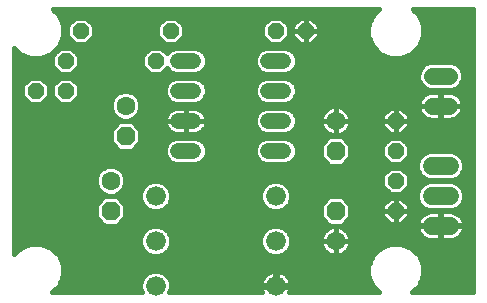
<source format=gbl>
G75*
%MOIN*%
%OFA0B0*%
%FSLAX24Y24*%
%IPPOS*%
%LPD*%
%AMOC8*
5,1,8,0,0,1.08239X$1,22.5*
%
%ADD10OC8,0.0630*%
%ADD11C,0.0630*%
%ADD12OC8,0.0520*%
%ADD13C,0.0660*%
%ADD14C,0.0520*%
%ADD15C,0.0600*%
%ADD16C,0.0560*%
%ADD17C,0.0160*%
D10*
X003680Y003180D03*
X004180Y005680D03*
X011180Y005180D03*
X011180Y003180D03*
D11*
X011180Y002180D03*
X011180Y006180D03*
X004180Y006680D03*
X003680Y004180D03*
D12*
X002180Y007180D03*
X001180Y007180D03*
X002180Y008180D03*
X002680Y009180D03*
X005180Y008180D03*
X005680Y009180D03*
X009180Y009180D03*
X010180Y009180D03*
X013180Y006180D03*
X013180Y005180D03*
X013180Y004180D03*
X013180Y003180D03*
D13*
X009180Y003680D03*
X009180Y002180D03*
X009180Y000680D03*
X005180Y000680D03*
X005180Y002180D03*
X005180Y003680D03*
D14*
X005920Y005180D02*
X006440Y005180D01*
X006440Y006180D02*
X005920Y006180D01*
X005920Y007180D02*
X006440Y007180D01*
X006440Y008180D02*
X005920Y008180D01*
X008920Y008180D02*
X009440Y008180D01*
X009440Y007180D02*
X008920Y007180D01*
X008920Y006180D02*
X009440Y006180D01*
X009440Y005180D02*
X008920Y005180D01*
D15*
X014380Y004680D02*
X014980Y004680D01*
X014980Y003680D02*
X014380Y003680D01*
X014380Y002680D02*
X014980Y002680D01*
D16*
X014960Y006680D02*
X014400Y006680D01*
X014400Y007680D02*
X014960Y007680D01*
D17*
X001947Y000667D02*
X001740Y000460D01*
X004719Y000460D01*
X004670Y000579D01*
X004670Y000781D01*
X004748Y000969D01*
X004891Y001112D01*
X005079Y001190D01*
X005281Y001190D01*
X005469Y001112D01*
X005612Y000969D01*
X005690Y000781D01*
X005690Y000579D01*
X005641Y000460D01*
X008720Y000460D01*
X008707Y000484D01*
X008683Y000561D01*
X008670Y000640D01*
X008670Y000650D01*
X009150Y000650D01*
X009150Y000710D01*
X009150Y001190D01*
X009140Y001190D01*
X009061Y001177D01*
X008984Y001153D01*
X008913Y001116D01*
X008848Y001069D01*
X008791Y001012D01*
X008744Y000947D01*
X008707Y000876D01*
X008683Y000799D01*
X008670Y000720D01*
X008670Y000710D01*
X009150Y000710D01*
X009210Y000710D01*
X009690Y000710D01*
X009690Y000720D01*
X009677Y000799D01*
X009653Y000876D01*
X009616Y000947D01*
X009569Y001012D01*
X009512Y001069D01*
X009447Y001116D01*
X009376Y001153D01*
X009299Y001177D01*
X009220Y001190D01*
X009210Y001190D01*
X009210Y000710D01*
X009210Y000650D01*
X009690Y000650D01*
X009690Y000640D01*
X009677Y000561D01*
X009653Y000484D01*
X009640Y000460D01*
X012620Y000460D01*
X012413Y000667D01*
X012275Y001000D01*
X012275Y001360D01*
X012413Y001693D01*
X012667Y001947D01*
X013000Y002085D01*
X013360Y002085D01*
X013693Y001947D01*
X013947Y001693D01*
X014085Y001360D01*
X014085Y001000D01*
X013947Y000667D01*
X013740Y000460D01*
X015770Y000460D01*
X015770Y009896D01*
X013744Y009896D01*
X013947Y009693D01*
X014085Y009360D01*
X014085Y009000D01*
X013947Y008667D01*
X013693Y008413D01*
X013360Y008275D01*
X013000Y008275D01*
X012667Y008413D01*
X012413Y008667D01*
X012275Y009000D01*
X012275Y009360D01*
X012413Y009693D01*
X012616Y009896D01*
X001744Y009896D01*
X001947Y009693D01*
X002085Y009360D01*
X002085Y009000D01*
X001947Y008667D01*
X001693Y008413D01*
X001360Y008275D01*
X001000Y008275D01*
X000667Y008413D01*
X000460Y008620D01*
X000460Y001740D01*
X000667Y001947D01*
X001000Y002085D01*
X001360Y002085D01*
X001693Y001947D01*
X001947Y001693D01*
X002085Y001360D01*
X002085Y001000D01*
X001947Y000667D01*
X001935Y000656D02*
X004670Y000656D01*
X004683Y000814D02*
X002008Y000814D01*
X002074Y000973D02*
X004751Y000973D01*
X004936Y001131D02*
X002085Y001131D01*
X002085Y001290D02*
X012275Y001290D01*
X012311Y001448D02*
X002049Y001448D01*
X001983Y001607D02*
X012377Y001607D01*
X012485Y001765D02*
X011451Y001765D01*
X011439Y001757D02*
X011502Y001802D01*
X011558Y001858D01*
X011603Y001921D01*
X011639Y001990D01*
X011663Y002064D01*
X011675Y002141D01*
X011675Y002180D01*
X011675Y002219D01*
X011663Y002296D01*
X011639Y002370D01*
X011603Y002439D01*
X011558Y002502D01*
X011502Y002558D01*
X011439Y002603D01*
X011370Y002639D01*
X011296Y002663D01*
X011219Y002675D01*
X011180Y002675D01*
X011180Y002180D01*
X011180Y002180D01*
X011675Y002180D01*
X011180Y002180D01*
X011180Y002180D01*
X011180Y002180D01*
X010685Y002180D01*
X010685Y002219D01*
X010697Y002296D01*
X010721Y002370D01*
X010757Y002439D01*
X010802Y002502D01*
X010858Y002558D01*
X010921Y002603D01*
X010990Y002639D01*
X011064Y002663D01*
X011141Y002675D01*
X011180Y002675D01*
X011180Y002180D01*
X011180Y001685D01*
X011219Y001685D01*
X011296Y001697D01*
X011370Y001721D01*
X011439Y001757D01*
X011180Y001765D02*
X011180Y001765D01*
X011180Y001685D02*
X011180Y002180D01*
X011180Y002180D01*
X010685Y002180D01*
X010685Y002141D01*
X010697Y002064D01*
X010721Y001990D01*
X010757Y001921D01*
X010802Y001858D01*
X010858Y001802D01*
X010921Y001757D01*
X010990Y001721D01*
X011064Y001697D01*
X011141Y001685D01*
X011180Y001685D01*
X011180Y001924D02*
X011180Y001924D01*
X011180Y002082D02*
X011180Y002082D01*
X011180Y002241D02*
X011180Y002241D01*
X011180Y002399D02*
X011180Y002399D01*
X011180Y002558D02*
X011180Y002558D01*
X010975Y002685D02*
X011385Y002685D01*
X011675Y002975D01*
X011675Y003385D01*
X011385Y003675D01*
X010975Y003675D01*
X010685Y003385D01*
X010685Y002975D01*
X010975Y002685D01*
X010944Y002716D02*
X003916Y002716D01*
X003885Y002685D02*
X004175Y002975D01*
X004175Y003385D01*
X003885Y003675D01*
X003475Y003675D01*
X003185Y003385D01*
X003185Y002975D01*
X003475Y002685D01*
X003885Y002685D01*
X004075Y002875D02*
X010785Y002875D01*
X010685Y003033D02*
X004175Y003033D01*
X004175Y003192D02*
X005027Y003192D01*
X005079Y003170D02*
X004891Y003248D01*
X004748Y003391D01*
X004670Y003579D01*
X004670Y003781D01*
X004748Y003969D01*
X004891Y004112D01*
X005079Y004190D01*
X005281Y004190D01*
X005469Y004112D01*
X005612Y003969D01*
X005690Y003781D01*
X005690Y003579D01*
X005612Y003391D01*
X005469Y003248D01*
X005281Y003170D01*
X005079Y003170D01*
X005333Y003192D02*
X009027Y003192D01*
X009079Y003170D02*
X009281Y003170D01*
X009469Y003248D01*
X009612Y003391D01*
X009690Y003579D01*
X009690Y003781D01*
X009612Y003969D01*
X009469Y004112D01*
X009281Y004190D01*
X009079Y004190D01*
X008891Y004112D01*
X008748Y003969D01*
X008670Y003781D01*
X008670Y003579D01*
X008748Y003391D01*
X008891Y003248D01*
X009079Y003170D01*
X009333Y003192D02*
X010685Y003192D01*
X010685Y003350D02*
X009571Y003350D01*
X009661Y003509D02*
X010808Y003509D01*
X010967Y003667D02*
X009690Y003667D01*
X009672Y003826D02*
X012912Y003826D01*
X012998Y003740D02*
X013362Y003740D01*
X013620Y003998D01*
X013620Y004362D01*
X013362Y004620D01*
X012998Y004620D01*
X012740Y004362D01*
X012740Y003998D01*
X012998Y003740D01*
X012998Y003620D02*
X012740Y003362D01*
X012740Y003180D01*
X013180Y003180D01*
X013180Y003180D01*
X013180Y003620D01*
X013362Y003620D01*
X013620Y003362D01*
X013620Y003180D01*
X013180Y003180D01*
X013180Y003180D01*
X013180Y003180D01*
X013180Y003620D01*
X012998Y003620D01*
X012886Y003509D02*
X011552Y003509D01*
X011675Y003350D02*
X012740Y003350D01*
X012740Y003192D02*
X011675Y003192D01*
X011675Y003033D02*
X012740Y003033D01*
X012740Y002998D02*
X012998Y002740D01*
X013180Y002740D01*
X013362Y002740D01*
X013620Y002998D01*
X013620Y003180D01*
X013180Y003180D01*
X013180Y002740D01*
X013180Y003180D01*
X013180Y003180D01*
X012740Y003180D01*
X012740Y002998D01*
X012863Y002875D02*
X011575Y002875D01*
X011416Y002716D02*
X013900Y002716D01*
X013900Y002718D02*
X013912Y002792D01*
X013935Y002864D01*
X013969Y002932D01*
X014014Y002993D01*
X014067Y003046D01*
X014128Y003091D01*
X014196Y003125D01*
X014268Y003148D01*
X014342Y003160D01*
X014660Y003160D01*
X014660Y002700D01*
X014700Y002700D01*
X014700Y003160D01*
X015018Y003160D01*
X015092Y003148D01*
X015164Y003125D01*
X015232Y003091D01*
X015293Y003046D01*
X015346Y002993D01*
X015391Y002932D01*
X015425Y002864D01*
X015448Y002792D01*
X015460Y002718D01*
X015460Y002700D01*
X014700Y002700D01*
X014700Y002660D01*
X015460Y002660D01*
X015460Y002642D01*
X015448Y002568D01*
X015425Y002496D01*
X015391Y002428D01*
X015346Y002367D01*
X015293Y002314D01*
X015232Y002269D01*
X015164Y002235D01*
X015092Y002212D01*
X015018Y002200D01*
X014700Y002200D01*
X014700Y002660D01*
X014660Y002660D01*
X014660Y002200D01*
X014342Y002200D01*
X014268Y002212D01*
X014196Y002235D01*
X014128Y002269D01*
X014067Y002314D01*
X014014Y002367D01*
X013969Y002428D01*
X013935Y002496D01*
X013912Y002568D01*
X013900Y002642D01*
X013900Y002660D01*
X014660Y002660D01*
X014660Y002700D01*
X013900Y002700D01*
X013900Y002718D01*
X013940Y002875D02*
X013497Y002875D01*
X013620Y003033D02*
X014054Y003033D01*
X014108Y003273D02*
X014285Y003200D01*
X015075Y003200D01*
X015252Y003273D01*
X015387Y003408D01*
X015460Y003585D01*
X015460Y003775D01*
X015387Y003952D01*
X015252Y004087D01*
X015075Y004160D01*
X014285Y004160D01*
X014108Y004087D01*
X013973Y003952D01*
X013900Y003775D01*
X013900Y003585D01*
X013973Y003408D01*
X014108Y003273D01*
X014031Y003350D02*
X013620Y003350D01*
X013474Y003509D02*
X013931Y003509D01*
X013900Y003667D02*
X011393Y003667D01*
X012754Y003984D02*
X009597Y003984D01*
X009396Y004143D02*
X012740Y004143D01*
X012740Y004301D02*
X004166Y004301D01*
X004175Y004278D02*
X004100Y004460D01*
X012837Y004460D01*
X012996Y004618D02*
X003916Y004618D01*
X003960Y004600D02*
X003778Y004675D01*
X003582Y004675D01*
X003400Y004600D01*
X003260Y004460D01*
X000460Y004460D01*
X000460Y004618D02*
X003444Y004618D01*
X003260Y004460D02*
X003185Y004278D01*
X003185Y004082D01*
X003260Y003900D01*
X003400Y003760D01*
X003582Y003685D01*
X003778Y003685D01*
X003960Y003760D01*
X004100Y003900D01*
X004175Y004082D01*
X004175Y004278D01*
X004175Y004143D02*
X004964Y004143D01*
X004763Y003984D02*
X004135Y003984D01*
X004026Y003826D02*
X004688Y003826D01*
X004670Y003667D02*
X003893Y003667D01*
X004052Y003509D02*
X004699Y003509D01*
X004789Y003350D02*
X004175Y003350D01*
X003467Y003667D02*
X000460Y003667D01*
X000460Y003826D02*
X003334Y003826D01*
X003225Y003984D02*
X000460Y003984D01*
X000460Y004143D02*
X003185Y004143D01*
X003194Y004301D02*
X000460Y004301D01*
X000460Y004777D02*
X005744Y004777D01*
X005671Y004807D02*
X005832Y004740D01*
X006528Y004740D01*
X006689Y004807D01*
X006813Y004931D01*
X006880Y005092D01*
X006880Y005268D01*
X006813Y005429D01*
X006689Y005553D01*
X006528Y005620D01*
X005832Y005620D01*
X005671Y005553D01*
X005547Y005429D01*
X005480Y005268D01*
X005480Y005092D01*
X005547Y004931D01*
X005671Y004807D01*
X005545Y004935D02*
X000460Y004935D01*
X000460Y005094D02*
X005480Y005094D01*
X005480Y005252D02*
X004452Y005252D01*
X004385Y005185D02*
X004675Y005475D01*
X004675Y005885D01*
X004385Y006175D01*
X003975Y006175D01*
X003685Y005885D01*
X003685Y005475D01*
X003975Y005185D01*
X004385Y005185D01*
X004611Y005411D02*
X005539Y005411D01*
X005709Y005569D02*
X004675Y005569D01*
X004675Y005728D02*
X010978Y005728D01*
X010990Y005721D02*
X011064Y005697D01*
X011141Y005685D01*
X011180Y005685D01*
X011219Y005685D01*
X011296Y005697D01*
X011370Y005721D01*
X011439Y005757D01*
X011502Y005802D01*
X011558Y005858D01*
X011603Y005921D01*
X011639Y005990D01*
X011663Y006064D01*
X011675Y006141D01*
X011675Y006180D01*
X011675Y006219D01*
X011663Y006296D01*
X011639Y006370D01*
X011603Y006439D01*
X011558Y006502D01*
X011502Y006558D01*
X011439Y006603D01*
X011370Y006639D01*
X011296Y006663D01*
X011219Y006675D01*
X011180Y006675D01*
X011180Y006180D01*
X011180Y006180D01*
X011675Y006180D01*
X011180Y006180D01*
X011180Y006180D01*
X011180Y006180D01*
X010685Y006180D01*
X010685Y006219D01*
X010697Y006296D01*
X010721Y006370D01*
X010757Y006439D01*
X010802Y006502D01*
X010858Y006558D01*
X010921Y006603D01*
X010990Y006639D01*
X011064Y006663D01*
X011141Y006675D01*
X011180Y006675D01*
X011180Y006180D01*
X011180Y005685D01*
X011180Y006180D01*
X011180Y006180D01*
X010685Y006180D01*
X010685Y006141D01*
X010697Y006064D01*
X010721Y005990D01*
X010757Y005921D01*
X010802Y005858D01*
X010858Y005802D01*
X010921Y005757D01*
X010990Y005721D01*
X010975Y005675D02*
X010685Y005385D01*
X010685Y004975D01*
X010975Y004685D01*
X011385Y004685D01*
X011675Y004975D01*
X011675Y005385D01*
X011385Y005675D01*
X010975Y005675D01*
X010869Y005569D02*
X009651Y005569D01*
X009689Y005553D02*
X009528Y005620D01*
X008832Y005620D01*
X008671Y005553D01*
X008547Y005429D01*
X008480Y005268D01*
X008480Y005092D01*
X008547Y004931D01*
X008671Y004807D01*
X008832Y004740D01*
X009528Y004740D01*
X009689Y004807D01*
X009813Y004931D01*
X009880Y005092D01*
X009880Y005268D01*
X009813Y005429D01*
X009689Y005553D01*
X009821Y005411D02*
X010710Y005411D01*
X010685Y005252D02*
X009880Y005252D01*
X009880Y005094D02*
X010685Y005094D01*
X010725Y004935D02*
X009815Y004935D01*
X009616Y004777D02*
X010883Y004777D01*
X011477Y004777D02*
X012961Y004777D01*
X012998Y004740D02*
X013362Y004740D01*
X013620Y004998D01*
X013620Y005362D01*
X013362Y005620D01*
X012998Y005620D01*
X012740Y005362D01*
X012740Y004998D01*
X012998Y004740D01*
X012803Y004935D02*
X011635Y004935D01*
X011675Y005094D02*
X012740Y005094D01*
X012740Y005252D02*
X011675Y005252D01*
X011650Y005411D02*
X012788Y005411D01*
X012947Y005569D02*
X011491Y005569D01*
X011382Y005728D02*
X015770Y005728D01*
X015770Y005886D02*
X013508Y005886D01*
X013620Y005998D02*
X013362Y005740D01*
X013180Y005740D01*
X013180Y006180D01*
X013180Y006180D01*
X013180Y006620D01*
X013362Y006620D01*
X013620Y006362D01*
X013620Y006180D01*
X013180Y006180D01*
X013180Y006180D01*
X013180Y006180D01*
X012740Y006180D01*
X012740Y006362D01*
X012998Y006620D01*
X013180Y006620D01*
X013180Y006180D01*
X013620Y006180D01*
X013620Y005998D01*
X013620Y006045D02*
X015770Y006045D01*
X015770Y006203D02*
X013620Y006203D01*
X013620Y006362D02*
X014068Y006362D01*
X014049Y006380D02*
X014100Y006329D01*
X014159Y006287D01*
X014223Y006254D01*
X014292Y006231D01*
X014364Y006220D01*
X014670Y006220D01*
X014670Y006670D01*
X014690Y006670D01*
X014690Y006690D01*
X014670Y006690D01*
X014670Y007140D01*
X014364Y007140D01*
X014292Y007129D01*
X014223Y007106D01*
X014159Y007073D01*
X014100Y007031D01*
X014049Y006980D01*
X014007Y006921D01*
X013974Y006857D01*
X013951Y006788D01*
X013940Y006716D01*
X013940Y006690D01*
X014670Y006690D01*
X014670Y006670D01*
X013940Y006670D01*
X013940Y006644D01*
X013951Y006572D01*
X013974Y006503D01*
X014007Y006439D01*
X014049Y006380D01*
X013968Y006520D02*
X013462Y006520D01*
X013180Y006520D02*
X013180Y006520D01*
X013180Y006362D02*
X013180Y006362D01*
X013180Y006203D02*
X013180Y006203D01*
X013180Y006180D02*
X012740Y006180D01*
X012740Y005998D01*
X012998Y005740D01*
X013180Y005740D01*
X013180Y006180D01*
X013180Y006180D01*
X013180Y006045D02*
X013180Y006045D01*
X013180Y005886D02*
X013180Y005886D01*
X012852Y005886D02*
X011578Y005886D01*
X011656Y006045D02*
X012740Y006045D01*
X012740Y006203D02*
X011675Y006203D01*
X011641Y006362D02*
X012740Y006362D01*
X012898Y006520D02*
X011540Y006520D01*
X011180Y006520D02*
X011180Y006520D01*
X011180Y006362D02*
X011180Y006362D01*
X011180Y006203D02*
X011180Y006203D01*
X011180Y006045D02*
X011180Y006045D01*
X011180Y005886D02*
X011180Y005886D01*
X011180Y005728D02*
X011180Y005728D01*
X010782Y005886D02*
X009768Y005886D01*
X009813Y005931D02*
X009689Y005807D01*
X009528Y005740D01*
X008832Y005740D01*
X008671Y005807D01*
X008547Y005931D01*
X008480Y006092D01*
X008480Y006268D01*
X008547Y006429D01*
X008671Y006553D01*
X008832Y006620D01*
X009528Y006620D01*
X009689Y006553D01*
X009813Y006429D01*
X009880Y006268D01*
X009880Y006092D01*
X009813Y005931D01*
X009860Y006045D02*
X010704Y006045D01*
X010685Y006203D02*
X009880Y006203D01*
X009841Y006362D02*
X010719Y006362D01*
X010820Y006520D02*
X009722Y006520D01*
X009689Y006807D02*
X009528Y006740D01*
X008832Y006740D01*
X008671Y006807D01*
X008547Y006931D01*
X008480Y007092D01*
X008480Y007268D01*
X008547Y007429D01*
X008671Y007553D01*
X008832Y007620D01*
X009528Y007620D01*
X009689Y007553D01*
X009813Y007429D01*
X009880Y007268D01*
X009880Y007092D01*
X009813Y006931D01*
X009689Y006807D01*
X009719Y006837D02*
X013967Y006837D01*
X014065Y006996D02*
X009840Y006996D01*
X009880Y007154D02*
X015770Y007154D01*
X015770Y007313D02*
X015243Y007313D01*
X015221Y007290D02*
X015350Y007419D01*
X015420Y007588D01*
X015420Y007771D01*
X015350Y007941D01*
X015221Y008070D01*
X015051Y008140D01*
X014308Y008140D01*
X014139Y008070D01*
X014010Y007941D01*
X013940Y007771D01*
X013940Y007588D01*
X014010Y007419D01*
X014139Y007290D01*
X014308Y007220D01*
X015051Y007220D01*
X015221Y007290D01*
X015137Y007106D02*
X015068Y007129D01*
X014996Y007140D01*
X014690Y007140D01*
X014690Y006690D01*
X015420Y006690D01*
X015420Y006716D01*
X015409Y006788D01*
X015386Y006857D01*
X015353Y006921D01*
X015311Y006980D01*
X015260Y007031D01*
X015201Y007073D01*
X015137Y007106D01*
X015295Y006996D02*
X015770Y006996D01*
X015770Y006837D02*
X015393Y006837D01*
X015420Y006670D02*
X014690Y006670D01*
X014690Y006220D01*
X014996Y006220D01*
X015068Y006231D01*
X015137Y006254D01*
X015201Y006287D01*
X015260Y006329D01*
X015311Y006380D01*
X015353Y006439D01*
X015386Y006503D01*
X015409Y006572D01*
X015420Y006644D01*
X015420Y006670D01*
X015392Y006520D02*
X015770Y006520D01*
X015770Y006362D02*
X015292Y006362D01*
X015770Y006679D02*
X014690Y006679D01*
X014670Y006679D02*
X004675Y006679D01*
X004675Y006582D02*
X004600Y006400D01*
X004460Y006260D01*
X004278Y006185D01*
X004082Y006185D01*
X003900Y006260D01*
X003760Y006400D01*
X003685Y006582D01*
X003685Y006778D01*
X003760Y006960D01*
X003900Y007100D01*
X004082Y007175D01*
X004278Y007175D01*
X004460Y007100D01*
X004600Y006960D01*
X004675Y006778D01*
X004675Y006582D01*
X004650Y006520D02*
X005639Y006520D01*
X005633Y006516D02*
X005584Y006467D01*
X005544Y006411D01*
X005512Y006349D01*
X005491Y006283D01*
X005480Y006215D01*
X005480Y006180D01*
X006180Y006180D01*
X006180Y006180D01*
X006180Y006620D01*
X006475Y006620D01*
X006543Y006609D01*
X006609Y006588D01*
X006671Y006556D01*
X006727Y006516D01*
X006776Y006467D01*
X006816Y006411D01*
X006848Y006349D01*
X006869Y006283D01*
X006880Y006215D01*
X006880Y006180D01*
X006180Y006180D01*
X006180Y006180D01*
X006180Y005740D01*
X006475Y005740D01*
X006543Y005751D01*
X006609Y005772D01*
X006671Y005804D01*
X006727Y005844D01*
X006776Y005893D01*
X006816Y005949D01*
X006848Y006011D01*
X006869Y006077D01*
X006880Y006145D01*
X006880Y006180D01*
X006180Y006180D01*
X006180Y006180D01*
X006180Y006180D01*
X006180Y006620D01*
X005885Y006620D01*
X005817Y006609D01*
X005751Y006588D01*
X005689Y006556D01*
X005633Y006516D01*
X005519Y006362D02*
X004562Y006362D01*
X004322Y006203D02*
X005480Y006203D01*
X005480Y006180D02*
X005480Y006145D01*
X005491Y006077D01*
X005512Y006011D01*
X005544Y005949D01*
X005584Y005893D01*
X005633Y005844D01*
X005689Y005804D01*
X005751Y005772D01*
X005817Y005751D01*
X005885Y005740D01*
X006180Y005740D01*
X006180Y006180D01*
X005480Y006180D01*
X005501Y006045D02*
X004516Y006045D01*
X004674Y005886D02*
X005592Y005886D01*
X006180Y005886D02*
X006180Y005886D01*
X006180Y006045D02*
X006180Y006045D01*
X006180Y006203D02*
X006180Y006203D01*
X006180Y006362D02*
X006180Y006362D01*
X006180Y006520D02*
X006180Y006520D01*
X005832Y006740D02*
X006528Y006740D01*
X006689Y006807D01*
X006813Y006931D01*
X006880Y007092D01*
X006880Y007268D01*
X006813Y007429D01*
X006689Y007553D01*
X006528Y007620D01*
X005832Y007620D01*
X005671Y007553D01*
X005547Y007429D01*
X005480Y007268D01*
X005480Y007092D01*
X005547Y006931D01*
X005671Y006807D01*
X005832Y006740D01*
X005641Y006837D02*
X004651Y006837D01*
X004565Y006996D02*
X005520Y006996D01*
X005480Y007154D02*
X004329Y007154D01*
X004031Y007154D02*
X002620Y007154D01*
X002620Y007313D02*
X005499Y007313D01*
X005589Y007471D02*
X002511Y007471D01*
X002620Y007362D02*
X002362Y007620D01*
X001998Y007620D01*
X001740Y007362D01*
X001740Y006998D01*
X001998Y006740D01*
X002362Y006740D01*
X002620Y006998D01*
X002620Y007362D01*
X002362Y007740D02*
X002620Y007998D01*
X002620Y008362D01*
X002362Y008620D01*
X001998Y008620D01*
X001740Y008362D01*
X001740Y007998D01*
X001998Y007740D01*
X002362Y007740D01*
X002410Y007788D02*
X004950Y007788D01*
X004998Y007740D02*
X005362Y007740D01*
X005550Y007928D01*
X005671Y007807D01*
X005832Y007740D01*
X006528Y007740D01*
X006689Y007807D01*
X006813Y007931D01*
X006880Y008092D01*
X006880Y008268D01*
X006813Y008429D01*
X006689Y008553D01*
X006528Y008620D01*
X005832Y008620D01*
X005671Y008553D01*
X005550Y008432D01*
X005362Y008620D01*
X004998Y008620D01*
X004740Y008362D01*
X004740Y007998D01*
X004998Y007740D01*
X004791Y007947D02*
X002569Y007947D01*
X002620Y008105D02*
X004740Y008105D01*
X004740Y008264D02*
X002620Y008264D01*
X002560Y008422D02*
X004800Y008422D01*
X004958Y008581D02*
X002402Y008581D01*
X002498Y008740D02*
X002862Y008740D01*
X003120Y008998D01*
X003120Y009362D01*
X002862Y009620D01*
X002498Y009620D01*
X002240Y009362D01*
X002240Y008998D01*
X002498Y008740D01*
X002340Y008898D02*
X002043Y008898D01*
X001977Y008739D02*
X012383Y008739D01*
X012317Y008898D02*
X010520Y008898D01*
X010620Y008998D02*
X010362Y008740D01*
X010180Y008740D01*
X010180Y009180D01*
X010620Y009180D01*
X010620Y009362D01*
X010362Y009620D01*
X010180Y009620D01*
X010180Y009180D01*
X010180Y009180D01*
X010180Y009180D01*
X010620Y009180D01*
X010620Y008998D01*
X010620Y009056D02*
X012275Y009056D01*
X012275Y009215D02*
X010620Y009215D01*
X010609Y009373D02*
X012280Y009373D01*
X012346Y009532D02*
X010451Y009532D01*
X010180Y009532D02*
X010180Y009532D01*
X010180Y009620D02*
X009998Y009620D01*
X009740Y009362D01*
X009740Y009180D01*
X010180Y009180D01*
X010180Y009180D01*
X010180Y009180D01*
X010180Y009620D01*
X010180Y009373D02*
X010180Y009373D01*
X010180Y009215D02*
X010180Y009215D01*
X010180Y009180D02*
X009740Y009180D01*
X009740Y008998D01*
X009998Y008740D01*
X010180Y008740D01*
X010180Y009180D01*
X010180Y009056D02*
X010180Y009056D01*
X010180Y008898D02*
X010180Y008898D01*
X009840Y008898D02*
X009520Y008898D01*
X009620Y008998D02*
X009362Y008740D01*
X008998Y008740D01*
X008740Y008998D01*
X008740Y009362D01*
X008998Y009620D01*
X009362Y009620D01*
X009620Y009362D01*
X009620Y008998D01*
X009620Y009056D02*
X009740Y009056D01*
X009740Y009215D02*
X009620Y009215D01*
X009609Y009373D02*
X009751Y009373D01*
X009909Y009532D02*
X009451Y009532D01*
X008909Y009532D02*
X005951Y009532D01*
X005862Y009620D02*
X005498Y009620D01*
X005240Y009362D01*
X005240Y008998D01*
X005498Y008740D01*
X005862Y008740D01*
X006120Y008998D01*
X006120Y009362D01*
X005862Y009620D01*
X006109Y009373D02*
X008751Y009373D01*
X008740Y009215D02*
X006120Y009215D01*
X006120Y009056D02*
X008740Y009056D01*
X008840Y008898D02*
X006020Y008898D01*
X005737Y008581D02*
X005402Y008581D01*
X005340Y008898D02*
X003020Y008898D01*
X003120Y009056D02*
X005240Y009056D01*
X005240Y009215D02*
X003120Y009215D01*
X003109Y009373D02*
X005251Y009373D01*
X005409Y009532D02*
X002951Y009532D01*
X002409Y009532D02*
X002014Y009532D01*
X001948Y009690D02*
X012412Y009690D01*
X012569Y009849D02*
X001791Y009849D01*
X002080Y009373D02*
X002251Y009373D01*
X002240Y009215D02*
X002085Y009215D01*
X002085Y009056D02*
X002240Y009056D01*
X001958Y008581D02*
X001860Y008581D01*
X001800Y008422D02*
X001702Y008422D01*
X001740Y008264D02*
X000460Y008264D01*
X000460Y008105D02*
X001740Y008105D01*
X001791Y007947D02*
X000460Y007947D01*
X000460Y007788D02*
X001950Y007788D01*
X001849Y007471D02*
X001511Y007471D01*
X001620Y007362D02*
X001362Y007620D01*
X000998Y007620D01*
X000740Y007362D01*
X000740Y006998D01*
X000998Y006740D01*
X001362Y006740D01*
X001620Y006998D01*
X001620Y007362D01*
X001620Y007313D02*
X001740Y007313D01*
X001740Y007154D02*
X001620Y007154D01*
X001618Y006996D02*
X001742Y006996D01*
X001901Y006837D02*
X001459Y006837D01*
X000901Y006837D02*
X000460Y006837D01*
X000460Y006679D02*
X003685Y006679D01*
X003709Y006837D02*
X002459Y006837D01*
X002618Y006996D02*
X003795Y006996D01*
X003710Y006520D02*
X000460Y006520D01*
X000460Y006362D02*
X003798Y006362D01*
X004038Y006203D02*
X000460Y006203D01*
X000460Y006045D02*
X003844Y006045D01*
X003686Y005886D02*
X000460Y005886D01*
X000460Y005728D02*
X003685Y005728D01*
X003685Y005569D02*
X000460Y005569D01*
X000460Y005411D02*
X003749Y005411D01*
X003908Y005252D02*
X000460Y005252D01*
X000460Y003509D02*
X003308Y003509D01*
X003185Y003350D02*
X000460Y003350D01*
X000460Y003192D02*
X003185Y003192D01*
X003185Y003033D02*
X000460Y003033D01*
X000460Y002875D02*
X003285Y002875D01*
X003444Y002716D02*
X000460Y002716D01*
X000460Y002558D02*
X004836Y002558D01*
X004891Y002612D02*
X004748Y002469D01*
X004670Y002281D01*
X004670Y002079D01*
X004748Y001891D01*
X004891Y001748D01*
X005079Y001670D01*
X005281Y001670D01*
X005469Y001748D01*
X005612Y001891D01*
X005690Y002079D01*
X005690Y002281D01*
X005612Y002469D01*
X005469Y002612D01*
X005281Y002690D01*
X005079Y002690D01*
X004891Y002612D01*
X004719Y002399D02*
X000460Y002399D01*
X000460Y002241D02*
X004670Y002241D01*
X004670Y002082D02*
X001367Y002082D01*
X000993Y002082D02*
X000460Y002082D01*
X000460Y001924D02*
X000644Y001924D01*
X000485Y001765D02*
X000460Y001765D01*
X001716Y001924D02*
X004734Y001924D01*
X004874Y001765D02*
X001875Y001765D01*
X001777Y000497D02*
X004704Y000497D01*
X005656Y000497D02*
X008703Y000497D01*
X009150Y000656D02*
X005690Y000656D01*
X005677Y000814D02*
X008687Y000814D01*
X008762Y000973D02*
X005609Y000973D01*
X005424Y001131D02*
X008942Y001131D01*
X009150Y001131D02*
X009210Y001131D01*
X009210Y000973D02*
X009150Y000973D01*
X009150Y000814D02*
X009210Y000814D01*
X009210Y000656D02*
X012425Y000656D01*
X012352Y000814D02*
X009673Y000814D01*
X009598Y000973D02*
X012286Y000973D01*
X012275Y001131D02*
X009418Y001131D01*
X009281Y001670D02*
X009079Y001670D01*
X008891Y001748D01*
X008748Y001891D01*
X008670Y002079D01*
X008670Y002281D01*
X008748Y002469D01*
X008891Y002612D01*
X009079Y002690D01*
X009281Y002690D01*
X009469Y002612D01*
X009612Y002469D01*
X009690Y002281D01*
X009690Y002079D01*
X009612Y001891D01*
X009469Y001748D01*
X009281Y001670D01*
X009486Y001765D02*
X010909Y001765D01*
X010755Y001924D02*
X009626Y001924D01*
X009690Y002082D02*
X010694Y002082D01*
X010688Y002241D02*
X009690Y002241D01*
X009641Y002399D02*
X010736Y002399D01*
X010857Y002558D02*
X009524Y002558D01*
X008836Y002558D02*
X005524Y002558D01*
X005641Y002399D02*
X008719Y002399D01*
X008670Y002241D02*
X005690Y002241D01*
X005690Y002082D02*
X008670Y002082D01*
X008734Y001924D02*
X005626Y001924D01*
X005486Y001765D02*
X008874Y001765D01*
X009657Y000497D02*
X012583Y000497D01*
X013777Y000497D02*
X015770Y000497D01*
X015770Y000656D02*
X013935Y000656D01*
X014008Y000814D02*
X015770Y000814D01*
X015770Y000973D02*
X014074Y000973D01*
X014085Y001131D02*
X015770Y001131D01*
X015770Y001290D02*
X014085Y001290D01*
X014049Y001448D02*
X015770Y001448D01*
X015770Y001607D02*
X013983Y001607D01*
X013875Y001765D02*
X015770Y001765D01*
X015770Y001924D02*
X013716Y001924D01*
X013367Y002082D02*
X015770Y002082D01*
X015770Y002241D02*
X015175Y002241D01*
X015369Y002399D02*
X015770Y002399D01*
X015770Y002558D02*
X015445Y002558D01*
X015460Y002716D02*
X015770Y002716D01*
X015770Y002875D02*
X015420Y002875D01*
X015306Y003033D02*
X015770Y003033D01*
X015770Y003192D02*
X013620Y003192D01*
X013180Y003192D02*
X013180Y003192D01*
X013180Y003033D02*
X013180Y003033D01*
X013180Y002875D02*
X013180Y002875D01*
X013180Y003350D02*
X013180Y003350D01*
X013180Y003509D02*
X013180Y003509D01*
X013448Y003826D02*
X013921Y003826D01*
X014005Y003984D02*
X013606Y003984D01*
X013620Y004143D02*
X014242Y004143D01*
X014285Y004200D02*
X014108Y004273D01*
X013973Y004408D01*
X013900Y004585D01*
X013900Y004775D01*
X013973Y004952D01*
X014108Y005087D01*
X014285Y005160D01*
X015075Y005160D01*
X015252Y005087D01*
X015387Y004952D01*
X015460Y004775D01*
X015460Y004585D01*
X015387Y004408D01*
X015252Y004273D01*
X015075Y004200D01*
X014285Y004200D01*
X014080Y004301D02*
X013620Y004301D01*
X013523Y004460D02*
X013952Y004460D01*
X013900Y004618D02*
X013364Y004618D01*
X013399Y004777D02*
X013900Y004777D01*
X013966Y004935D02*
X013557Y004935D01*
X013620Y005094D02*
X014124Y005094D01*
X013620Y005252D02*
X015770Y005252D01*
X015770Y005094D02*
X015236Y005094D01*
X015394Y004935D02*
X015770Y004935D01*
X015770Y004777D02*
X015460Y004777D01*
X015460Y004618D02*
X015770Y004618D01*
X015770Y004460D02*
X015408Y004460D01*
X015280Y004301D02*
X015770Y004301D01*
X015770Y004143D02*
X015118Y004143D01*
X015355Y003984D02*
X015770Y003984D01*
X015770Y003826D02*
X015439Y003826D01*
X015460Y003667D02*
X015770Y003667D01*
X015770Y003509D02*
X015429Y003509D01*
X015329Y003350D02*
X015770Y003350D01*
X014700Y003033D02*
X014660Y003033D01*
X014660Y002875D02*
X014700Y002875D01*
X014700Y002716D02*
X014660Y002716D01*
X014660Y002558D02*
X014700Y002558D01*
X014700Y002399D02*
X014660Y002399D01*
X014660Y002241D02*
X014700Y002241D01*
X014185Y002241D02*
X011672Y002241D01*
X011666Y002082D02*
X012993Y002082D01*
X012644Y001924D02*
X011605Y001924D01*
X011624Y002399D02*
X013991Y002399D01*
X013915Y002558D02*
X011503Y002558D01*
X008964Y004143D02*
X005396Y004143D01*
X005597Y003984D02*
X008763Y003984D01*
X008688Y003826D02*
X005672Y003826D01*
X005690Y003667D02*
X008670Y003667D01*
X008699Y003509D02*
X005661Y003509D01*
X005571Y003350D02*
X008789Y003350D01*
X008744Y004777D02*
X006616Y004777D01*
X006815Y004935D02*
X008545Y004935D01*
X008480Y005094D02*
X006880Y005094D01*
X006880Y005252D02*
X008480Y005252D01*
X008539Y005411D02*
X006821Y005411D01*
X006651Y005569D02*
X008709Y005569D01*
X008592Y005886D02*
X006768Y005886D01*
X006859Y006045D02*
X008500Y006045D01*
X008480Y006203D02*
X006880Y006203D01*
X006841Y006362D02*
X008519Y006362D01*
X008638Y006520D02*
X006721Y006520D01*
X006719Y006837D02*
X008641Y006837D01*
X008520Y006996D02*
X006840Y006996D01*
X006880Y007154D02*
X008480Y007154D01*
X008499Y007313D02*
X006861Y007313D01*
X006771Y007471D02*
X008589Y007471D01*
X008671Y007807D02*
X008832Y007740D01*
X009528Y007740D01*
X009689Y007807D01*
X009813Y007931D01*
X009880Y008092D01*
X009880Y008268D01*
X009813Y008429D01*
X009689Y008553D01*
X009528Y008620D01*
X008832Y008620D01*
X008671Y008553D01*
X008547Y008429D01*
X008480Y008268D01*
X008480Y008092D01*
X008547Y007931D01*
X008671Y007807D01*
X008717Y007788D02*
X006643Y007788D01*
X006820Y007947D02*
X008540Y007947D01*
X008480Y008105D02*
X006880Y008105D01*
X006880Y008264D02*
X008480Y008264D01*
X008544Y008422D02*
X006816Y008422D01*
X006623Y008581D02*
X008737Y008581D01*
X009623Y008581D02*
X012500Y008581D01*
X012658Y008422D02*
X009816Y008422D01*
X009880Y008264D02*
X015770Y008264D01*
X015770Y008105D02*
X015136Y008105D01*
X015344Y007947D02*
X015770Y007947D01*
X015770Y007788D02*
X015413Y007788D01*
X015420Y007630D02*
X015770Y007630D01*
X015770Y007471D02*
X015371Y007471D01*
X014690Y006996D02*
X014670Y006996D01*
X014670Y006837D02*
X014690Y006837D01*
X014670Y006520D02*
X014690Y006520D01*
X014690Y006362D02*
X014670Y006362D01*
X015770Y005569D02*
X013413Y005569D01*
X013572Y005411D02*
X015770Y005411D01*
X014117Y007313D02*
X009861Y007313D01*
X009771Y007471D02*
X013989Y007471D01*
X013940Y007630D02*
X000460Y007630D01*
X000460Y007471D02*
X000849Y007471D01*
X000740Y007313D02*
X000460Y007313D01*
X000460Y007154D02*
X000740Y007154D01*
X000742Y006996D02*
X000460Y006996D01*
X000460Y008422D02*
X000658Y008422D01*
X000500Y008581D02*
X000460Y008581D01*
X005410Y007788D02*
X005717Y007788D01*
X009643Y007788D02*
X013947Y007788D01*
X014016Y007947D02*
X009820Y007947D01*
X009880Y008105D02*
X014224Y008105D01*
X013702Y008422D02*
X015770Y008422D01*
X015770Y008581D02*
X013860Y008581D01*
X013977Y008739D02*
X015770Y008739D01*
X015770Y008898D02*
X014043Y008898D01*
X014085Y009056D02*
X015770Y009056D01*
X015770Y009215D02*
X014085Y009215D01*
X014080Y009373D02*
X015770Y009373D01*
X015770Y009532D02*
X014014Y009532D01*
X013948Y009690D02*
X015770Y009690D01*
X015770Y009849D02*
X013791Y009849D01*
X004100Y004460D02*
X003960Y004600D01*
M02*

</source>
